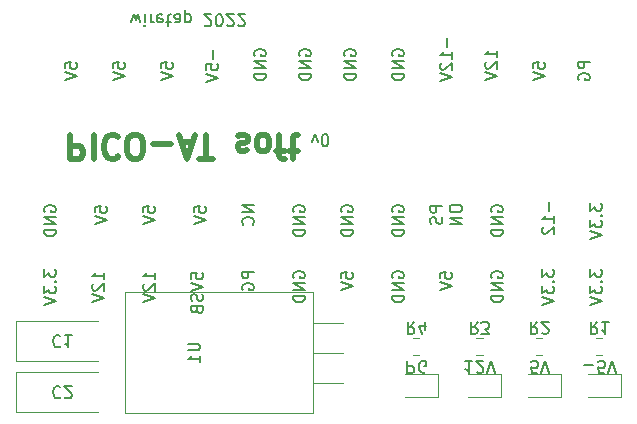
<source format=gbr>
%TF.GenerationSoftware,KiCad,Pcbnew,(5.1.6)-1*%
%TF.CreationDate,2022-11-08T14:58:38-05:00*%
%TF.ProjectId,PICO-AT,5049434f-2d41-4542-9e6b-696361645f70,rev?*%
%TF.SameCoordinates,Original*%
%TF.FileFunction,Legend,Bot*%
%TF.FilePolarity,Positive*%
%FSLAX46Y46*%
G04 Gerber Fmt 4.6, Leading zero omitted, Abs format (unit mm)*
G04 Created by KiCad (PCBNEW (5.1.6)-1) date 2022-11-08 14:58:38*
%MOMM*%
%LPD*%
G01*
G04 APERTURE LIST*
%ADD10C,0.150000*%
%ADD11C,0.500000*%
%ADD12C,0.120000*%
G04 APERTURE END LIST*
D10*
X171394380Y-91440095D02*
X170394380Y-91440095D01*
X170394380Y-91821047D01*
X170442000Y-91916285D01*
X170489619Y-91963904D01*
X170584857Y-92011523D01*
X170727714Y-92011523D01*
X170822952Y-91963904D01*
X170870571Y-91916285D01*
X170918190Y-91821047D01*
X170918190Y-91440095D01*
X170442000Y-92963904D02*
X170394380Y-92868666D01*
X170394380Y-92725809D01*
X170442000Y-92582952D01*
X170537238Y-92487714D01*
X170632476Y-92440095D01*
X170822952Y-92392476D01*
X170965809Y-92392476D01*
X171156285Y-92440095D01*
X171251523Y-92487714D01*
X171346761Y-92582952D01*
X171394380Y-92725809D01*
X171394380Y-92821047D01*
X171346761Y-92963904D01*
X171299142Y-93011523D01*
X170965809Y-93011523D01*
X170965809Y-92821047D01*
X166584380Y-92011523D02*
X166584380Y-91535333D01*
X167060571Y-91487714D01*
X167012952Y-91535333D01*
X166965333Y-91630571D01*
X166965333Y-91868666D01*
X167012952Y-91963904D01*
X167060571Y-92011523D01*
X167155809Y-92059142D01*
X167393904Y-92059142D01*
X167489142Y-92011523D01*
X167536761Y-91963904D01*
X167584380Y-91868666D01*
X167584380Y-91630571D01*
X167536761Y-91535333D01*
X167489142Y-91487714D01*
X166584380Y-92344857D02*
X167584380Y-92678190D01*
X166584380Y-93011523D01*
X163520380Y-91074952D02*
X163520380Y-90503523D01*
X163520380Y-90789238D02*
X162520380Y-90789238D01*
X162663238Y-90694000D01*
X162758476Y-90598761D01*
X162806095Y-90503523D01*
X162615619Y-91455904D02*
X162568000Y-91503523D01*
X162520380Y-91598761D01*
X162520380Y-91836857D01*
X162568000Y-91932095D01*
X162615619Y-91979714D01*
X162710857Y-92027333D01*
X162806095Y-92027333D01*
X162948952Y-91979714D01*
X163520380Y-91408285D01*
X163520380Y-92027333D01*
X162520380Y-92313047D02*
X163520380Y-92646380D01*
X162520380Y-92979714D01*
X159329428Y-89424095D02*
X159329428Y-90186000D01*
X159710380Y-91186000D02*
X159710380Y-90614571D01*
X159710380Y-90900285D02*
X158710380Y-90900285D01*
X158853238Y-90805047D01*
X158948476Y-90709809D01*
X158996095Y-90614571D01*
X158805619Y-91566952D02*
X158758000Y-91614571D01*
X158710380Y-91709809D01*
X158710380Y-91947904D01*
X158758000Y-92043142D01*
X158805619Y-92090761D01*
X158900857Y-92138380D01*
X158996095Y-92138380D01*
X159138952Y-92090761D01*
X159710380Y-91519333D01*
X159710380Y-92138380D01*
X158710380Y-92424095D02*
X159710380Y-92757428D01*
X158710380Y-93090761D01*
X154694000Y-90932095D02*
X154646380Y-90836857D01*
X154646380Y-90694000D01*
X154694000Y-90551142D01*
X154789238Y-90455904D01*
X154884476Y-90408285D01*
X155074952Y-90360666D01*
X155217809Y-90360666D01*
X155408285Y-90408285D01*
X155503523Y-90455904D01*
X155598761Y-90551142D01*
X155646380Y-90694000D01*
X155646380Y-90789238D01*
X155598761Y-90932095D01*
X155551142Y-90979714D01*
X155217809Y-90979714D01*
X155217809Y-90789238D01*
X155646380Y-91408285D02*
X154646380Y-91408285D01*
X155646380Y-91979714D01*
X154646380Y-91979714D01*
X155646380Y-92455904D02*
X154646380Y-92455904D01*
X154646380Y-92694000D01*
X154694000Y-92836857D01*
X154789238Y-92932095D01*
X154884476Y-92979714D01*
X155074952Y-93027333D01*
X155217809Y-93027333D01*
X155408285Y-92979714D01*
X155503523Y-92932095D01*
X155598761Y-92836857D01*
X155646380Y-92694000D01*
X155646380Y-92455904D01*
X150630000Y-90932095D02*
X150582380Y-90836857D01*
X150582380Y-90694000D01*
X150630000Y-90551142D01*
X150725238Y-90455904D01*
X150820476Y-90408285D01*
X151010952Y-90360666D01*
X151153809Y-90360666D01*
X151344285Y-90408285D01*
X151439523Y-90455904D01*
X151534761Y-90551142D01*
X151582380Y-90694000D01*
X151582380Y-90789238D01*
X151534761Y-90932095D01*
X151487142Y-90979714D01*
X151153809Y-90979714D01*
X151153809Y-90789238D01*
X151582380Y-91408285D02*
X150582380Y-91408285D01*
X151582380Y-91979714D01*
X150582380Y-91979714D01*
X151582380Y-92455904D02*
X150582380Y-92455904D01*
X150582380Y-92694000D01*
X150630000Y-92836857D01*
X150725238Y-92932095D01*
X150820476Y-92979714D01*
X151010952Y-93027333D01*
X151153809Y-93027333D01*
X151344285Y-92979714D01*
X151439523Y-92932095D01*
X151534761Y-92836857D01*
X151582380Y-92694000D01*
X151582380Y-92455904D01*
X146820000Y-90932095D02*
X146772380Y-90836857D01*
X146772380Y-90694000D01*
X146820000Y-90551142D01*
X146915238Y-90455904D01*
X147010476Y-90408285D01*
X147200952Y-90360666D01*
X147343809Y-90360666D01*
X147534285Y-90408285D01*
X147629523Y-90455904D01*
X147724761Y-90551142D01*
X147772380Y-90694000D01*
X147772380Y-90789238D01*
X147724761Y-90932095D01*
X147677142Y-90979714D01*
X147343809Y-90979714D01*
X147343809Y-90789238D01*
X147772380Y-91408285D02*
X146772380Y-91408285D01*
X147772380Y-91979714D01*
X146772380Y-91979714D01*
X147772380Y-92455904D02*
X146772380Y-92455904D01*
X146772380Y-92694000D01*
X146820000Y-92836857D01*
X146915238Y-92932095D01*
X147010476Y-92979714D01*
X147200952Y-93027333D01*
X147343809Y-93027333D01*
X147534285Y-92979714D01*
X147629523Y-92932095D01*
X147724761Y-92836857D01*
X147772380Y-92694000D01*
X147772380Y-92455904D01*
X143010000Y-90932095D02*
X142962380Y-90836857D01*
X142962380Y-90694000D01*
X143010000Y-90551142D01*
X143105238Y-90455904D01*
X143200476Y-90408285D01*
X143390952Y-90360666D01*
X143533809Y-90360666D01*
X143724285Y-90408285D01*
X143819523Y-90455904D01*
X143914761Y-90551142D01*
X143962380Y-90694000D01*
X143962380Y-90789238D01*
X143914761Y-90932095D01*
X143867142Y-90979714D01*
X143533809Y-90979714D01*
X143533809Y-90789238D01*
X143962380Y-91408285D02*
X142962380Y-91408285D01*
X143962380Y-91979714D01*
X142962380Y-91979714D01*
X143962380Y-92455904D02*
X142962380Y-92455904D01*
X142962380Y-92694000D01*
X143010000Y-92836857D01*
X143105238Y-92932095D01*
X143200476Y-92979714D01*
X143390952Y-93027333D01*
X143533809Y-93027333D01*
X143724285Y-92979714D01*
X143819523Y-92932095D01*
X143914761Y-92836857D01*
X143962380Y-92694000D01*
X143962380Y-92455904D01*
X139517428Y-90408285D02*
X139517428Y-91170190D01*
X138898380Y-92122571D02*
X138898380Y-91646380D01*
X139374571Y-91598761D01*
X139326952Y-91646380D01*
X139279333Y-91741619D01*
X139279333Y-91979714D01*
X139326952Y-92074952D01*
X139374571Y-92122571D01*
X139469809Y-92170190D01*
X139707904Y-92170190D01*
X139803142Y-92122571D01*
X139850761Y-92074952D01*
X139898380Y-91979714D01*
X139898380Y-91741619D01*
X139850761Y-91646380D01*
X139803142Y-91598761D01*
X138898380Y-92455904D02*
X139898380Y-92789238D01*
X138898380Y-93122571D01*
X135088380Y-92011523D02*
X135088380Y-91535333D01*
X135564571Y-91487714D01*
X135516952Y-91535333D01*
X135469333Y-91630571D01*
X135469333Y-91868666D01*
X135516952Y-91963904D01*
X135564571Y-92011523D01*
X135659809Y-92059142D01*
X135897904Y-92059142D01*
X135993142Y-92011523D01*
X136040761Y-91963904D01*
X136088380Y-91868666D01*
X136088380Y-91630571D01*
X136040761Y-91535333D01*
X135993142Y-91487714D01*
X135088380Y-92344857D02*
X136088380Y-92678190D01*
X135088380Y-93011523D01*
X131024380Y-92011523D02*
X131024380Y-91535333D01*
X131500571Y-91487714D01*
X131452952Y-91535333D01*
X131405333Y-91630571D01*
X131405333Y-91868666D01*
X131452952Y-91963904D01*
X131500571Y-92011523D01*
X131595809Y-92059142D01*
X131833904Y-92059142D01*
X131929142Y-92011523D01*
X131976761Y-91963904D01*
X132024380Y-91868666D01*
X132024380Y-91630571D01*
X131976761Y-91535333D01*
X131929142Y-91487714D01*
X131024380Y-92344857D02*
X132024380Y-92678190D01*
X131024380Y-93011523D01*
X126960380Y-92011523D02*
X126960380Y-91535333D01*
X127436571Y-91487714D01*
X127388952Y-91535333D01*
X127341333Y-91630571D01*
X127341333Y-91868666D01*
X127388952Y-91963904D01*
X127436571Y-92011523D01*
X127531809Y-92059142D01*
X127769904Y-92059142D01*
X127865142Y-92011523D01*
X127912761Y-91963904D01*
X127960380Y-91868666D01*
X127960380Y-91630571D01*
X127912761Y-91535333D01*
X127865142Y-91487714D01*
X126960380Y-92344857D02*
X127960380Y-92678190D01*
X126960380Y-93011523D01*
X171410380Y-109013809D02*
X171410380Y-109632857D01*
X171791333Y-109299523D01*
X171791333Y-109442380D01*
X171838952Y-109537619D01*
X171886571Y-109585238D01*
X171981809Y-109632857D01*
X172219904Y-109632857D01*
X172315142Y-109585238D01*
X172362761Y-109537619D01*
X172410380Y-109442380D01*
X172410380Y-109156666D01*
X172362761Y-109061428D01*
X172315142Y-109013809D01*
X172315142Y-110061428D02*
X172362761Y-110109047D01*
X172410380Y-110061428D01*
X172362761Y-110013809D01*
X172315142Y-110061428D01*
X172410380Y-110061428D01*
X171410380Y-110442380D02*
X171410380Y-111061428D01*
X171791333Y-110728095D01*
X171791333Y-110870952D01*
X171838952Y-110966190D01*
X171886571Y-111013809D01*
X171981809Y-111061428D01*
X172219904Y-111061428D01*
X172315142Y-111013809D01*
X172362761Y-110966190D01*
X172410380Y-110870952D01*
X172410380Y-110585238D01*
X172362761Y-110490000D01*
X172315142Y-110442380D01*
X171410380Y-111347142D02*
X172410380Y-111680476D01*
X171410380Y-112013809D01*
X171410380Y-103425809D02*
X171410380Y-104044857D01*
X171791333Y-103711523D01*
X171791333Y-103854380D01*
X171838952Y-103949619D01*
X171886571Y-103997238D01*
X171981809Y-104044857D01*
X172219904Y-104044857D01*
X172315142Y-103997238D01*
X172362761Y-103949619D01*
X172410380Y-103854380D01*
X172410380Y-103568666D01*
X172362761Y-103473428D01*
X172315142Y-103425809D01*
X172315142Y-104473428D02*
X172362761Y-104521047D01*
X172410380Y-104473428D01*
X172362761Y-104425809D01*
X172315142Y-104473428D01*
X172410380Y-104473428D01*
X171410380Y-104854380D02*
X171410380Y-105473428D01*
X171791333Y-105140095D01*
X171791333Y-105282952D01*
X171838952Y-105378190D01*
X171886571Y-105425809D01*
X171981809Y-105473428D01*
X172219904Y-105473428D01*
X172315142Y-105425809D01*
X172362761Y-105378190D01*
X172410380Y-105282952D01*
X172410380Y-104997238D01*
X172362761Y-104902000D01*
X172315142Y-104854380D01*
X171410380Y-105759142D02*
X172410380Y-106092476D01*
X171410380Y-106425809D01*
X167346380Y-109013809D02*
X167346380Y-109632857D01*
X167727333Y-109299523D01*
X167727333Y-109442380D01*
X167774952Y-109537619D01*
X167822571Y-109585238D01*
X167917809Y-109632857D01*
X168155904Y-109632857D01*
X168251142Y-109585238D01*
X168298761Y-109537619D01*
X168346380Y-109442380D01*
X168346380Y-109156666D01*
X168298761Y-109061428D01*
X168251142Y-109013809D01*
X168251142Y-110061428D02*
X168298761Y-110109047D01*
X168346380Y-110061428D01*
X168298761Y-110013809D01*
X168251142Y-110061428D01*
X168346380Y-110061428D01*
X167346380Y-110442380D02*
X167346380Y-111061428D01*
X167727333Y-110728095D01*
X167727333Y-110870952D01*
X167774952Y-110966190D01*
X167822571Y-111013809D01*
X167917809Y-111061428D01*
X168155904Y-111061428D01*
X168251142Y-111013809D01*
X168298761Y-110966190D01*
X168346380Y-110870952D01*
X168346380Y-110585238D01*
X168298761Y-110490000D01*
X168251142Y-110442380D01*
X167346380Y-111347142D02*
X168346380Y-111680476D01*
X167346380Y-112013809D01*
X167965428Y-103314666D02*
X167965428Y-104076571D01*
X168346380Y-105076571D02*
X168346380Y-104505142D01*
X168346380Y-104790857D02*
X167346380Y-104790857D01*
X167489238Y-104695619D01*
X167584476Y-104600380D01*
X167632095Y-104505142D01*
X167441619Y-105457523D02*
X167394000Y-105505142D01*
X167346380Y-105600380D01*
X167346380Y-105838476D01*
X167394000Y-105933714D01*
X167441619Y-105981333D01*
X167536857Y-106028952D01*
X167632095Y-106028952D01*
X167774952Y-105981333D01*
X168346380Y-105409904D01*
X168346380Y-106028952D01*
X163076000Y-109728095D02*
X163028380Y-109632857D01*
X163028380Y-109490000D01*
X163076000Y-109347142D01*
X163171238Y-109251904D01*
X163266476Y-109204285D01*
X163456952Y-109156666D01*
X163599809Y-109156666D01*
X163790285Y-109204285D01*
X163885523Y-109251904D01*
X163980761Y-109347142D01*
X164028380Y-109490000D01*
X164028380Y-109585238D01*
X163980761Y-109728095D01*
X163933142Y-109775714D01*
X163599809Y-109775714D01*
X163599809Y-109585238D01*
X164028380Y-110204285D02*
X163028380Y-110204285D01*
X164028380Y-110775714D01*
X163028380Y-110775714D01*
X164028380Y-111251904D02*
X163028380Y-111251904D01*
X163028380Y-111490000D01*
X163076000Y-111632857D01*
X163171238Y-111728095D01*
X163266476Y-111775714D01*
X163456952Y-111823333D01*
X163599809Y-111823333D01*
X163790285Y-111775714D01*
X163885523Y-111728095D01*
X163980761Y-111632857D01*
X164028380Y-111490000D01*
X164028380Y-111251904D01*
X163076000Y-104140095D02*
X163028380Y-104044857D01*
X163028380Y-103902000D01*
X163076000Y-103759142D01*
X163171238Y-103663904D01*
X163266476Y-103616285D01*
X163456952Y-103568666D01*
X163599809Y-103568666D01*
X163790285Y-103616285D01*
X163885523Y-103663904D01*
X163980761Y-103759142D01*
X164028380Y-103902000D01*
X164028380Y-103997238D01*
X163980761Y-104140095D01*
X163933142Y-104187714D01*
X163599809Y-104187714D01*
X163599809Y-103997238D01*
X164028380Y-104616285D02*
X163028380Y-104616285D01*
X164028380Y-105187714D01*
X163028380Y-105187714D01*
X164028380Y-105663904D02*
X163028380Y-105663904D01*
X163028380Y-105902000D01*
X163076000Y-106044857D01*
X163171238Y-106140095D01*
X163266476Y-106187714D01*
X163456952Y-106235333D01*
X163599809Y-106235333D01*
X163790285Y-106187714D01*
X163885523Y-106140095D01*
X163980761Y-106044857D01*
X164028380Y-105902000D01*
X164028380Y-105663904D01*
X158710380Y-109791523D02*
X158710380Y-109315333D01*
X159186571Y-109267714D01*
X159138952Y-109315333D01*
X159091333Y-109410571D01*
X159091333Y-109648666D01*
X159138952Y-109743904D01*
X159186571Y-109791523D01*
X159281809Y-109839142D01*
X159519904Y-109839142D01*
X159615142Y-109791523D01*
X159662761Y-109743904D01*
X159710380Y-109648666D01*
X159710380Y-109410571D01*
X159662761Y-109315333D01*
X159615142Y-109267714D01*
X158710380Y-110124857D02*
X159710380Y-110458190D01*
X158710380Y-110791523D01*
X158885380Y-103655904D02*
X157885380Y-103655904D01*
X157885380Y-104036857D01*
X157933000Y-104132095D01*
X157980619Y-104179714D01*
X158075857Y-104227333D01*
X158218714Y-104227333D01*
X158313952Y-104179714D01*
X158361571Y-104132095D01*
X158409190Y-104036857D01*
X158409190Y-103655904D01*
X158837761Y-104608285D02*
X158885380Y-104751142D01*
X158885380Y-104989238D01*
X158837761Y-105084476D01*
X158790142Y-105132095D01*
X158694904Y-105179714D01*
X158599666Y-105179714D01*
X158504428Y-105132095D01*
X158456809Y-105084476D01*
X158409190Y-104989238D01*
X158361571Y-104798761D01*
X158313952Y-104703523D01*
X158266333Y-104655904D01*
X158171095Y-104608285D01*
X158075857Y-104608285D01*
X157980619Y-104655904D01*
X157933000Y-104703523D01*
X157885380Y-104798761D01*
X157885380Y-105036857D01*
X157933000Y-105179714D01*
X159535380Y-103774952D02*
X159535380Y-103965428D01*
X159583000Y-104060666D01*
X159678238Y-104155904D01*
X159868714Y-104203523D01*
X160202047Y-104203523D01*
X160392523Y-104155904D01*
X160487761Y-104060666D01*
X160535380Y-103965428D01*
X160535380Y-103774952D01*
X160487761Y-103679714D01*
X160392523Y-103584476D01*
X160202047Y-103536857D01*
X159868714Y-103536857D01*
X159678238Y-103584476D01*
X159583000Y-103679714D01*
X159535380Y-103774952D01*
X160535380Y-104632095D02*
X159535380Y-104632095D01*
X160535380Y-105203523D01*
X159535380Y-105203523D01*
X154694000Y-109728095D02*
X154646380Y-109632857D01*
X154646380Y-109490000D01*
X154694000Y-109347142D01*
X154789238Y-109251904D01*
X154884476Y-109204285D01*
X155074952Y-109156666D01*
X155217809Y-109156666D01*
X155408285Y-109204285D01*
X155503523Y-109251904D01*
X155598761Y-109347142D01*
X155646380Y-109490000D01*
X155646380Y-109585238D01*
X155598761Y-109728095D01*
X155551142Y-109775714D01*
X155217809Y-109775714D01*
X155217809Y-109585238D01*
X155646380Y-110204285D02*
X154646380Y-110204285D01*
X155646380Y-110775714D01*
X154646380Y-110775714D01*
X155646380Y-111251904D02*
X154646380Y-111251904D01*
X154646380Y-111490000D01*
X154694000Y-111632857D01*
X154789238Y-111728095D01*
X154884476Y-111775714D01*
X155074952Y-111823333D01*
X155217809Y-111823333D01*
X155408285Y-111775714D01*
X155503523Y-111728095D01*
X155598761Y-111632857D01*
X155646380Y-111490000D01*
X155646380Y-111251904D01*
X154694000Y-104140095D02*
X154646380Y-104044857D01*
X154646380Y-103902000D01*
X154694000Y-103759142D01*
X154789238Y-103663904D01*
X154884476Y-103616285D01*
X155074952Y-103568666D01*
X155217809Y-103568666D01*
X155408285Y-103616285D01*
X155503523Y-103663904D01*
X155598761Y-103759142D01*
X155646380Y-103902000D01*
X155646380Y-103997238D01*
X155598761Y-104140095D01*
X155551142Y-104187714D01*
X155217809Y-104187714D01*
X155217809Y-103997238D01*
X155646380Y-104616285D02*
X154646380Y-104616285D01*
X155646380Y-105187714D01*
X154646380Y-105187714D01*
X155646380Y-105663904D02*
X154646380Y-105663904D01*
X154646380Y-105902000D01*
X154694000Y-106044857D01*
X154789238Y-106140095D01*
X154884476Y-106187714D01*
X155074952Y-106235333D01*
X155217809Y-106235333D01*
X155408285Y-106187714D01*
X155503523Y-106140095D01*
X155598761Y-106044857D01*
X155646380Y-105902000D01*
X155646380Y-105663904D01*
X150328380Y-109791523D02*
X150328380Y-109315333D01*
X150804571Y-109267714D01*
X150756952Y-109315333D01*
X150709333Y-109410571D01*
X150709333Y-109648666D01*
X150756952Y-109743904D01*
X150804571Y-109791523D01*
X150899809Y-109839142D01*
X151137904Y-109839142D01*
X151233142Y-109791523D01*
X151280761Y-109743904D01*
X151328380Y-109648666D01*
X151328380Y-109410571D01*
X151280761Y-109315333D01*
X151233142Y-109267714D01*
X150328380Y-110124857D02*
X151328380Y-110458190D01*
X150328380Y-110791523D01*
X150376000Y-104140095D02*
X150328380Y-104044857D01*
X150328380Y-103902000D01*
X150376000Y-103759142D01*
X150471238Y-103663904D01*
X150566476Y-103616285D01*
X150756952Y-103568666D01*
X150899809Y-103568666D01*
X151090285Y-103616285D01*
X151185523Y-103663904D01*
X151280761Y-103759142D01*
X151328380Y-103902000D01*
X151328380Y-103997238D01*
X151280761Y-104140095D01*
X151233142Y-104187714D01*
X150899809Y-104187714D01*
X150899809Y-103997238D01*
X151328380Y-104616285D02*
X150328380Y-104616285D01*
X151328380Y-105187714D01*
X150328380Y-105187714D01*
X151328380Y-105663904D02*
X150328380Y-105663904D01*
X150328380Y-105902000D01*
X150376000Y-106044857D01*
X150471238Y-106140095D01*
X150566476Y-106187714D01*
X150756952Y-106235333D01*
X150899809Y-106235333D01*
X151090285Y-106187714D01*
X151185523Y-106140095D01*
X151280761Y-106044857D01*
X151328380Y-105902000D01*
X151328380Y-105663904D01*
X146312000Y-109728095D02*
X146264380Y-109632857D01*
X146264380Y-109490000D01*
X146312000Y-109347142D01*
X146407238Y-109251904D01*
X146502476Y-109204285D01*
X146692952Y-109156666D01*
X146835809Y-109156666D01*
X147026285Y-109204285D01*
X147121523Y-109251904D01*
X147216761Y-109347142D01*
X147264380Y-109490000D01*
X147264380Y-109585238D01*
X147216761Y-109728095D01*
X147169142Y-109775714D01*
X146835809Y-109775714D01*
X146835809Y-109585238D01*
X147264380Y-110204285D02*
X146264380Y-110204285D01*
X147264380Y-110775714D01*
X146264380Y-110775714D01*
X147264380Y-111251904D02*
X146264380Y-111251904D01*
X146264380Y-111490000D01*
X146312000Y-111632857D01*
X146407238Y-111728095D01*
X146502476Y-111775714D01*
X146692952Y-111823333D01*
X146835809Y-111823333D01*
X147026285Y-111775714D01*
X147121523Y-111728095D01*
X147216761Y-111632857D01*
X147264380Y-111490000D01*
X147264380Y-111251904D01*
X146312000Y-104140095D02*
X146264380Y-104044857D01*
X146264380Y-103902000D01*
X146312000Y-103759142D01*
X146407238Y-103663904D01*
X146502476Y-103616285D01*
X146692952Y-103568666D01*
X146835809Y-103568666D01*
X147026285Y-103616285D01*
X147121523Y-103663904D01*
X147216761Y-103759142D01*
X147264380Y-103902000D01*
X147264380Y-103997238D01*
X147216761Y-104140095D01*
X147169142Y-104187714D01*
X146835809Y-104187714D01*
X146835809Y-103997238D01*
X147264380Y-104616285D02*
X146264380Y-104616285D01*
X147264380Y-105187714D01*
X146264380Y-105187714D01*
X147264380Y-105663904D02*
X146264380Y-105663904D01*
X146264380Y-105902000D01*
X146312000Y-106044857D01*
X146407238Y-106140095D01*
X146502476Y-106187714D01*
X146692952Y-106235333D01*
X146835809Y-106235333D01*
X147026285Y-106187714D01*
X147121523Y-106140095D01*
X147216761Y-106044857D01*
X147264380Y-105902000D01*
X147264380Y-105663904D01*
X142946380Y-109220095D02*
X141946380Y-109220095D01*
X141946380Y-109601047D01*
X141994000Y-109696285D01*
X142041619Y-109743904D01*
X142136857Y-109791523D01*
X142279714Y-109791523D01*
X142374952Y-109743904D01*
X142422571Y-109696285D01*
X142470190Y-109601047D01*
X142470190Y-109220095D01*
X141994000Y-110743904D02*
X141946380Y-110648666D01*
X141946380Y-110505809D01*
X141994000Y-110362952D01*
X142089238Y-110267714D01*
X142184476Y-110220095D01*
X142374952Y-110172476D01*
X142517809Y-110172476D01*
X142708285Y-110220095D01*
X142803523Y-110267714D01*
X142898761Y-110362952D01*
X142946380Y-110505809D01*
X142946380Y-110601047D01*
X142898761Y-110743904D01*
X142851142Y-110791523D01*
X142517809Y-110791523D01*
X142517809Y-110601047D01*
X142946380Y-103608285D02*
X141946380Y-103608285D01*
X142946380Y-104179714D01*
X141946380Y-104179714D01*
X142851142Y-105227333D02*
X142898761Y-105179714D01*
X142946380Y-105036857D01*
X142946380Y-104941619D01*
X142898761Y-104798761D01*
X142803523Y-104703523D01*
X142708285Y-104655904D01*
X142517809Y-104608285D01*
X142374952Y-104608285D01*
X142184476Y-104655904D01*
X142089238Y-104703523D01*
X141994000Y-104798761D01*
X141946380Y-104941619D01*
X141946380Y-105036857D01*
X141994000Y-105179714D01*
X142041619Y-105227333D01*
X137628380Y-109831333D02*
X137628380Y-109355142D01*
X138104571Y-109307523D01*
X138056952Y-109355142D01*
X138009333Y-109450380D01*
X138009333Y-109688476D01*
X138056952Y-109783714D01*
X138104571Y-109831333D01*
X138199809Y-109878952D01*
X138437904Y-109878952D01*
X138533142Y-109831333D01*
X138580761Y-109783714D01*
X138628380Y-109688476D01*
X138628380Y-109450380D01*
X138580761Y-109355142D01*
X138533142Y-109307523D01*
X137628380Y-110164666D02*
X138628380Y-110498000D01*
X137628380Y-110831333D01*
X138580761Y-111117047D02*
X138628380Y-111259904D01*
X138628380Y-111498000D01*
X138580761Y-111593238D01*
X138533142Y-111640857D01*
X138437904Y-111688476D01*
X138342666Y-111688476D01*
X138247428Y-111640857D01*
X138199809Y-111593238D01*
X138152190Y-111498000D01*
X138104571Y-111307523D01*
X138056952Y-111212285D01*
X138009333Y-111164666D01*
X137914095Y-111117047D01*
X137818857Y-111117047D01*
X137723619Y-111164666D01*
X137676000Y-111212285D01*
X137628380Y-111307523D01*
X137628380Y-111545619D01*
X137676000Y-111688476D01*
X138104571Y-112450380D02*
X138152190Y-112593238D01*
X138199809Y-112640857D01*
X138295047Y-112688476D01*
X138437904Y-112688476D01*
X138533142Y-112640857D01*
X138580761Y-112593238D01*
X138628380Y-112498000D01*
X138628380Y-112117047D01*
X137628380Y-112117047D01*
X137628380Y-112450380D01*
X137676000Y-112545619D01*
X137723619Y-112593238D01*
X137818857Y-112640857D01*
X137914095Y-112640857D01*
X138009333Y-112593238D01*
X138056952Y-112545619D01*
X138104571Y-112450380D01*
X138104571Y-112117047D01*
X137882380Y-104203523D02*
X137882380Y-103727333D01*
X138358571Y-103679714D01*
X138310952Y-103727333D01*
X138263333Y-103822571D01*
X138263333Y-104060666D01*
X138310952Y-104155904D01*
X138358571Y-104203523D01*
X138453809Y-104251142D01*
X138691904Y-104251142D01*
X138787142Y-104203523D01*
X138834761Y-104155904D01*
X138882380Y-104060666D01*
X138882380Y-103822571D01*
X138834761Y-103727333D01*
X138787142Y-103679714D01*
X137882380Y-104536857D02*
X138882380Y-104870190D01*
X137882380Y-105203523D01*
X134564380Y-109870952D02*
X134564380Y-109299523D01*
X134564380Y-109585238D02*
X133564380Y-109585238D01*
X133707238Y-109490000D01*
X133802476Y-109394761D01*
X133850095Y-109299523D01*
X133659619Y-110251904D02*
X133612000Y-110299523D01*
X133564380Y-110394761D01*
X133564380Y-110632857D01*
X133612000Y-110728095D01*
X133659619Y-110775714D01*
X133754857Y-110823333D01*
X133850095Y-110823333D01*
X133992952Y-110775714D01*
X134564380Y-110204285D01*
X134564380Y-110823333D01*
X133564380Y-111109047D02*
X134564380Y-111442380D01*
X133564380Y-111775714D01*
X133564380Y-104203523D02*
X133564380Y-103727333D01*
X134040571Y-103679714D01*
X133992952Y-103727333D01*
X133945333Y-103822571D01*
X133945333Y-104060666D01*
X133992952Y-104155904D01*
X134040571Y-104203523D01*
X134135809Y-104251142D01*
X134373904Y-104251142D01*
X134469142Y-104203523D01*
X134516761Y-104155904D01*
X134564380Y-104060666D01*
X134564380Y-103822571D01*
X134516761Y-103727333D01*
X134469142Y-103679714D01*
X133564380Y-104536857D02*
X134564380Y-104870190D01*
X133564380Y-105203523D01*
X130246380Y-109870952D02*
X130246380Y-109299523D01*
X130246380Y-109585238D02*
X129246380Y-109585238D01*
X129389238Y-109490000D01*
X129484476Y-109394761D01*
X129532095Y-109299523D01*
X129341619Y-110251904D02*
X129294000Y-110299523D01*
X129246380Y-110394761D01*
X129246380Y-110632857D01*
X129294000Y-110728095D01*
X129341619Y-110775714D01*
X129436857Y-110823333D01*
X129532095Y-110823333D01*
X129674952Y-110775714D01*
X130246380Y-110204285D01*
X130246380Y-110823333D01*
X129246380Y-111109047D02*
X130246380Y-111442380D01*
X129246380Y-111775714D01*
X129500380Y-104203523D02*
X129500380Y-103727333D01*
X129976571Y-103679714D01*
X129928952Y-103727333D01*
X129881333Y-103822571D01*
X129881333Y-104060666D01*
X129928952Y-104155904D01*
X129976571Y-104203523D01*
X130071809Y-104251142D01*
X130309904Y-104251142D01*
X130405142Y-104203523D01*
X130452761Y-104155904D01*
X130500380Y-104060666D01*
X130500380Y-103822571D01*
X130452761Y-103727333D01*
X130405142Y-103679714D01*
X129500380Y-104536857D02*
X130500380Y-104870190D01*
X129500380Y-105203523D01*
X125182380Y-109013809D02*
X125182380Y-109632857D01*
X125563333Y-109299523D01*
X125563333Y-109442380D01*
X125610952Y-109537619D01*
X125658571Y-109585238D01*
X125753809Y-109632857D01*
X125991904Y-109632857D01*
X126087142Y-109585238D01*
X126134761Y-109537619D01*
X126182380Y-109442380D01*
X126182380Y-109156666D01*
X126134761Y-109061428D01*
X126087142Y-109013809D01*
X126087142Y-110061428D02*
X126134761Y-110109047D01*
X126182380Y-110061428D01*
X126134761Y-110013809D01*
X126087142Y-110061428D01*
X126182380Y-110061428D01*
X125182380Y-110442380D02*
X125182380Y-111061428D01*
X125563333Y-110728095D01*
X125563333Y-110870952D01*
X125610952Y-110966190D01*
X125658571Y-111013809D01*
X125753809Y-111061428D01*
X125991904Y-111061428D01*
X126087142Y-111013809D01*
X126134761Y-110966190D01*
X126182380Y-110870952D01*
X126182380Y-110585238D01*
X126134761Y-110490000D01*
X126087142Y-110442380D01*
X125182380Y-111347142D02*
X126182380Y-111680476D01*
X125182380Y-112013809D01*
X125230000Y-104140095D02*
X125182380Y-104044857D01*
X125182380Y-103902000D01*
X125230000Y-103759142D01*
X125325238Y-103663904D01*
X125420476Y-103616285D01*
X125610952Y-103568666D01*
X125753809Y-103568666D01*
X125944285Y-103616285D01*
X126039523Y-103663904D01*
X126134761Y-103759142D01*
X126182380Y-103902000D01*
X126182380Y-103997238D01*
X126134761Y-104140095D01*
X126087142Y-104187714D01*
X125753809Y-104187714D01*
X125753809Y-103997238D01*
X126182380Y-104616285D02*
X125182380Y-104616285D01*
X126182380Y-105187714D01*
X125182380Y-105187714D01*
X126182380Y-105663904D02*
X125182380Y-105663904D01*
X125182380Y-105902000D01*
X125230000Y-106044857D01*
X125325238Y-106140095D01*
X125420476Y-106187714D01*
X125610952Y-106235333D01*
X125753809Y-106235333D01*
X125944285Y-106187714D01*
X126039523Y-106140095D01*
X126134761Y-106044857D01*
X126182380Y-105902000D01*
X126182380Y-105663904D01*
X132580666Y-88098285D02*
X132771142Y-87431619D01*
X132961619Y-87907809D01*
X133152095Y-87431619D01*
X133342571Y-88098285D01*
X133723523Y-87431619D02*
X133723523Y-88098285D01*
X133723523Y-88431619D02*
X133675904Y-88384000D01*
X133723523Y-88336380D01*
X133771142Y-88384000D01*
X133723523Y-88431619D01*
X133723523Y-88336380D01*
X134199714Y-87431619D02*
X134199714Y-88098285D01*
X134199714Y-87907809D02*
X134247333Y-88003047D01*
X134294952Y-88050666D01*
X134390190Y-88098285D01*
X134485428Y-88098285D01*
X135199714Y-87479238D02*
X135104476Y-87431619D01*
X134914000Y-87431619D01*
X134818761Y-87479238D01*
X134771142Y-87574476D01*
X134771142Y-87955428D01*
X134818761Y-88050666D01*
X134914000Y-88098285D01*
X135104476Y-88098285D01*
X135199714Y-88050666D01*
X135247333Y-87955428D01*
X135247333Y-87860190D01*
X134771142Y-87764952D01*
X135533047Y-88098285D02*
X135914000Y-88098285D01*
X135675904Y-88431619D02*
X135675904Y-87574476D01*
X135723523Y-87479238D01*
X135818761Y-87431619D01*
X135914000Y-87431619D01*
X136675904Y-87431619D02*
X136675904Y-87955428D01*
X136628285Y-88050666D01*
X136533047Y-88098285D01*
X136342571Y-88098285D01*
X136247333Y-88050666D01*
X136675904Y-87479238D02*
X136580666Y-87431619D01*
X136342571Y-87431619D01*
X136247333Y-87479238D01*
X136199714Y-87574476D01*
X136199714Y-87669714D01*
X136247333Y-87764952D01*
X136342571Y-87812571D01*
X136580666Y-87812571D01*
X136675904Y-87860190D01*
X137152095Y-88098285D02*
X137152095Y-87098285D01*
X137152095Y-88050666D02*
X137247333Y-88098285D01*
X137437809Y-88098285D01*
X137533047Y-88050666D01*
X137580666Y-88003047D01*
X137628285Y-87907809D01*
X137628285Y-87622095D01*
X137580666Y-87526857D01*
X137533047Y-87479238D01*
X137437809Y-87431619D01*
X137247333Y-87431619D01*
X137152095Y-87479238D01*
X138771142Y-88336380D02*
X138818761Y-88384000D01*
X138914000Y-88431619D01*
X139152095Y-88431619D01*
X139247333Y-88384000D01*
X139294952Y-88336380D01*
X139342571Y-88241142D01*
X139342571Y-88145904D01*
X139294952Y-88003047D01*
X138723523Y-87431619D01*
X139342571Y-87431619D01*
X139961619Y-88431619D02*
X140056857Y-88431619D01*
X140152095Y-88384000D01*
X140199714Y-88336380D01*
X140247333Y-88241142D01*
X140294952Y-88050666D01*
X140294952Y-87812571D01*
X140247333Y-87622095D01*
X140199714Y-87526857D01*
X140152095Y-87479238D01*
X140056857Y-87431619D01*
X139961619Y-87431619D01*
X139866380Y-87479238D01*
X139818761Y-87526857D01*
X139771142Y-87622095D01*
X139723523Y-87812571D01*
X139723523Y-88050666D01*
X139771142Y-88241142D01*
X139818761Y-88336380D01*
X139866380Y-88384000D01*
X139961619Y-88431619D01*
X140675904Y-88336380D02*
X140723523Y-88384000D01*
X140818761Y-88431619D01*
X141056857Y-88431619D01*
X141152095Y-88384000D01*
X141199714Y-88336380D01*
X141247333Y-88241142D01*
X141247333Y-88145904D01*
X141199714Y-88003047D01*
X140628285Y-87431619D01*
X141247333Y-87431619D01*
X141628285Y-88336380D02*
X141675904Y-88384000D01*
X141771142Y-88431619D01*
X142009238Y-88431619D01*
X142104476Y-88384000D01*
X142152095Y-88336380D01*
X142199714Y-88241142D01*
X142199714Y-88145904D01*
X142152095Y-88003047D01*
X141580666Y-87431619D01*
X142199714Y-87431619D01*
X147875714Y-98258285D02*
X148113809Y-97591619D01*
X148351904Y-98258285D01*
X148923333Y-98591619D02*
X149018571Y-98591619D01*
X149113809Y-98544000D01*
X149161428Y-98496380D01*
X149209047Y-98401142D01*
X149256666Y-98210666D01*
X149256666Y-97972571D01*
X149209047Y-97782095D01*
X149161428Y-97686857D01*
X149113809Y-97639238D01*
X149018571Y-97591619D01*
X148923333Y-97591619D01*
X148828095Y-97639238D01*
X148780476Y-97686857D01*
X148732857Y-97782095D01*
X148685238Y-97972571D01*
X148685238Y-98210666D01*
X148732857Y-98401142D01*
X148780476Y-98496380D01*
X148828095Y-98544000D01*
X148923333Y-98591619D01*
D11*
X127382190Y-97647238D02*
X127382190Y-99647238D01*
X128144095Y-99647238D01*
X128334571Y-99552000D01*
X128429809Y-99456761D01*
X128525047Y-99266285D01*
X128525047Y-98980571D01*
X128429809Y-98790095D01*
X128334571Y-98694857D01*
X128144095Y-98599619D01*
X127382190Y-98599619D01*
X129382190Y-97647238D02*
X129382190Y-99647238D01*
X131477428Y-97837714D02*
X131382190Y-97742476D01*
X131096476Y-97647238D01*
X130906000Y-97647238D01*
X130620285Y-97742476D01*
X130429809Y-97932952D01*
X130334571Y-98123428D01*
X130239333Y-98504380D01*
X130239333Y-98790095D01*
X130334571Y-99171047D01*
X130429809Y-99361523D01*
X130620285Y-99552000D01*
X130906000Y-99647238D01*
X131096476Y-99647238D01*
X131382190Y-99552000D01*
X131477428Y-99456761D01*
X132715523Y-99647238D02*
X133096476Y-99647238D01*
X133286952Y-99552000D01*
X133477428Y-99361523D01*
X133572666Y-98980571D01*
X133572666Y-98313904D01*
X133477428Y-97932952D01*
X133286952Y-97742476D01*
X133096476Y-97647238D01*
X132715523Y-97647238D01*
X132525047Y-97742476D01*
X132334571Y-97932952D01*
X132239333Y-98313904D01*
X132239333Y-98980571D01*
X132334571Y-99361523D01*
X132525047Y-99552000D01*
X132715523Y-99647238D01*
X134429809Y-98409142D02*
X135953619Y-98409142D01*
X136810761Y-98218666D02*
X137763142Y-98218666D01*
X136620285Y-97647238D02*
X137286952Y-99647238D01*
X137953619Y-97647238D01*
X138334571Y-99647238D02*
X139477428Y-99647238D01*
X138906000Y-97647238D02*
X138906000Y-99647238D01*
X141572666Y-97742476D02*
X141763142Y-97647238D01*
X142144095Y-97647238D01*
X142334571Y-97742476D01*
X142429809Y-97932952D01*
X142429809Y-98028190D01*
X142334571Y-98218666D01*
X142144095Y-98313904D01*
X141858380Y-98313904D01*
X141667904Y-98409142D01*
X141572666Y-98599619D01*
X141572666Y-98694857D01*
X141667904Y-98885333D01*
X141858380Y-98980571D01*
X142144095Y-98980571D01*
X142334571Y-98885333D01*
X143572666Y-97647238D02*
X143382190Y-97742476D01*
X143286952Y-97837714D01*
X143191714Y-98028190D01*
X143191714Y-98599619D01*
X143286952Y-98790095D01*
X143382190Y-98885333D01*
X143572666Y-98980571D01*
X143858380Y-98980571D01*
X144048857Y-98885333D01*
X144144095Y-98790095D01*
X144239333Y-98599619D01*
X144239333Y-98028190D01*
X144144095Y-97837714D01*
X144048857Y-97742476D01*
X143858380Y-97647238D01*
X143572666Y-97647238D01*
X144810761Y-98980571D02*
X145572666Y-98980571D01*
X145096476Y-97647238D02*
X145096476Y-99361523D01*
X145191714Y-99552000D01*
X145382190Y-99647238D01*
X145572666Y-99647238D01*
X145953619Y-98980571D02*
X146715523Y-98980571D01*
X146239333Y-99647238D02*
X146239333Y-97932952D01*
X146334571Y-97742476D01*
X146525047Y-97647238D01*
X146715523Y-97647238D01*
D12*
%TO.C,C1*%
X129736000Y-116772000D02*
X122801000Y-116772000D01*
X122801000Y-116772000D02*
X122801000Y-113352000D01*
X122801000Y-113352000D02*
X129736000Y-113352000D01*
%TO.C,C2*%
X122801000Y-117670000D02*
X129736000Y-117670000D01*
X122801000Y-121090000D02*
X122801000Y-117670000D01*
X129736000Y-121090000D02*
X122801000Y-121090000D01*
%TO.C,-5V*%
X174063000Y-119832000D02*
X171203000Y-119832000D01*
X174063000Y-117912000D02*
X174063000Y-119832000D01*
X171203000Y-117912000D02*
X174063000Y-117912000D01*
%TO.C,5V*%
X166132000Y-117912000D02*
X168992000Y-117912000D01*
X168992000Y-117912000D02*
X168992000Y-119832000D01*
X168992000Y-119832000D02*
X166132000Y-119832000D01*
%TO.C,12V*%
X163912000Y-119832000D02*
X161052000Y-119832000D01*
X163912000Y-117912000D02*
X163912000Y-119832000D01*
X161052000Y-117912000D02*
X163912000Y-117912000D01*
%TO.C,PG*%
X155718000Y-117912000D02*
X158578000Y-117912000D01*
X158578000Y-117912000D02*
X158578000Y-119832000D01*
X158578000Y-119832000D02*
X155718000Y-119832000D01*
%TO.C,R1*%
X172464252Y-116280000D02*
X171941748Y-116280000D01*
X172464252Y-114860000D02*
X171941748Y-114860000D01*
%TO.C,R2*%
X167384252Y-114860000D02*
X166861748Y-114860000D01*
X167384252Y-116280000D02*
X166861748Y-116280000D01*
%TO.C,R3*%
X162313252Y-116280000D02*
X161790748Y-116280000D01*
X162313252Y-114860000D02*
X161790748Y-114860000D01*
%TO.C,R4*%
X156970252Y-114860000D02*
X156447748Y-114860000D01*
X156970252Y-116280000D02*
X156447748Y-116280000D01*
%TO.C,U1*%
X147948000Y-118618000D02*
X150488000Y-118618000D01*
X147948000Y-116078000D02*
X150488000Y-116078000D01*
X147948000Y-113538000D02*
X150488000Y-113538000D01*
X132058000Y-121198000D02*
X147948000Y-121198000D01*
X132058000Y-110958000D02*
X147948000Y-110958000D01*
X132058000Y-110958000D02*
X132058000Y-121198000D01*
X147948000Y-110958000D02*
X147948000Y-121198000D01*
%TO.C,C1*%
D10*
X126559333Y-114704857D02*
X126511714Y-114657238D01*
X126368857Y-114609619D01*
X126273619Y-114609619D01*
X126130761Y-114657238D01*
X126035523Y-114752476D01*
X125987904Y-114847714D01*
X125940285Y-115038190D01*
X125940285Y-115181047D01*
X125987904Y-115371523D01*
X126035523Y-115466761D01*
X126130761Y-115562000D01*
X126273619Y-115609619D01*
X126368857Y-115609619D01*
X126511714Y-115562000D01*
X126559333Y-115514380D01*
X127511714Y-114609619D02*
X126940285Y-114609619D01*
X127226000Y-114609619D02*
X127226000Y-115609619D01*
X127130761Y-115466761D01*
X127035523Y-115371523D01*
X126940285Y-115323904D01*
%TO.C,C2*%
X126569333Y-119022857D02*
X126521714Y-118975238D01*
X126378857Y-118927619D01*
X126283619Y-118927619D01*
X126140761Y-118975238D01*
X126045523Y-119070476D01*
X125997904Y-119165714D01*
X125950285Y-119356190D01*
X125950285Y-119499047D01*
X125997904Y-119689523D01*
X126045523Y-119784761D01*
X126140761Y-119880000D01*
X126283619Y-119927619D01*
X126378857Y-119927619D01*
X126521714Y-119880000D01*
X126569333Y-119832380D01*
X126950285Y-119832380D02*
X126997904Y-119880000D01*
X127093142Y-119927619D01*
X127331238Y-119927619D01*
X127426476Y-119880000D01*
X127474095Y-119832380D01*
X127521714Y-119737142D01*
X127521714Y-119641904D01*
X127474095Y-119499047D01*
X126902666Y-118927619D01*
X127521714Y-118927619D01*
%TO.C,-5V*%
X170917285Y-117150571D02*
X171679190Y-117150571D01*
X172631571Y-117769619D02*
X172155380Y-117769619D01*
X172107761Y-117293428D01*
X172155380Y-117341047D01*
X172250619Y-117388666D01*
X172488714Y-117388666D01*
X172583952Y-117341047D01*
X172631571Y-117293428D01*
X172679190Y-117198190D01*
X172679190Y-116960095D01*
X172631571Y-116864857D01*
X172583952Y-116817238D01*
X172488714Y-116769619D01*
X172250619Y-116769619D01*
X172155380Y-116817238D01*
X172107761Y-116864857D01*
X172964904Y-117769619D02*
X173298238Y-116769619D01*
X173631571Y-117769619D01*
%TO.C,5V*%
X166941523Y-117769619D02*
X166465333Y-117769619D01*
X166417714Y-117293428D01*
X166465333Y-117341047D01*
X166560571Y-117388666D01*
X166798666Y-117388666D01*
X166893904Y-117341047D01*
X166941523Y-117293428D01*
X166989142Y-117198190D01*
X166989142Y-116960095D01*
X166941523Y-116864857D01*
X166893904Y-116817238D01*
X166798666Y-116769619D01*
X166560571Y-116769619D01*
X166465333Y-116817238D01*
X166417714Y-116864857D01*
X167274857Y-117769619D02*
X167608190Y-116769619D01*
X167941523Y-117769619D01*
%TO.C,12V*%
X161432952Y-116769619D02*
X160861523Y-116769619D01*
X161147238Y-116769619D02*
X161147238Y-117769619D01*
X161052000Y-117626761D01*
X160956761Y-117531523D01*
X160861523Y-117483904D01*
X161813904Y-117674380D02*
X161861523Y-117722000D01*
X161956761Y-117769619D01*
X162194857Y-117769619D01*
X162290095Y-117722000D01*
X162337714Y-117674380D01*
X162385333Y-117579142D01*
X162385333Y-117483904D01*
X162337714Y-117341047D01*
X161766285Y-116769619D01*
X162385333Y-116769619D01*
X162671047Y-117769619D02*
X163004380Y-116769619D01*
X163337714Y-117769619D01*
%TO.C,PG*%
X155956095Y-116769619D02*
X155956095Y-117769619D01*
X156337047Y-117769619D01*
X156432285Y-117722000D01*
X156479904Y-117674380D01*
X156527523Y-117579142D01*
X156527523Y-117436285D01*
X156479904Y-117341047D01*
X156432285Y-117293428D01*
X156337047Y-117245809D01*
X155956095Y-117245809D01*
X157479904Y-117722000D02*
X157384666Y-117769619D01*
X157241809Y-117769619D01*
X157098952Y-117722000D01*
X157003714Y-117626761D01*
X156956095Y-117531523D01*
X156908476Y-117341047D01*
X156908476Y-117198190D01*
X156956095Y-117007714D01*
X157003714Y-116912476D01*
X157098952Y-116817238D01*
X157241809Y-116769619D01*
X157337047Y-116769619D01*
X157479904Y-116817238D01*
X157527523Y-116864857D01*
X157527523Y-117198190D01*
X157337047Y-117198190D01*
%TO.C,R1*%
X172036333Y-113467619D02*
X171703000Y-113943809D01*
X171464904Y-113467619D02*
X171464904Y-114467619D01*
X171845857Y-114467619D01*
X171941095Y-114420000D01*
X171988714Y-114372380D01*
X172036333Y-114277142D01*
X172036333Y-114134285D01*
X171988714Y-114039047D01*
X171941095Y-113991428D01*
X171845857Y-113943809D01*
X171464904Y-113943809D01*
X172988714Y-113467619D02*
X172417285Y-113467619D01*
X172703000Y-113467619D02*
X172703000Y-114467619D01*
X172607761Y-114324761D01*
X172512523Y-114229523D01*
X172417285Y-114181904D01*
%TO.C,R2*%
X166956333Y-113467619D02*
X166623000Y-113943809D01*
X166384904Y-113467619D02*
X166384904Y-114467619D01*
X166765857Y-114467619D01*
X166861095Y-114420000D01*
X166908714Y-114372380D01*
X166956333Y-114277142D01*
X166956333Y-114134285D01*
X166908714Y-114039047D01*
X166861095Y-113991428D01*
X166765857Y-113943809D01*
X166384904Y-113943809D01*
X167337285Y-114372380D02*
X167384904Y-114420000D01*
X167480142Y-114467619D01*
X167718238Y-114467619D01*
X167813476Y-114420000D01*
X167861095Y-114372380D01*
X167908714Y-114277142D01*
X167908714Y-114181904D01*
X167861095Y-114039047D01*
X167289666Y-113467619D01*
X167908714Y-113467619D01*
%TO.C,R3*%
X161885333Y-113467619D02*
X161552000Y-113943809D01*
X161313904Y-113467619D02*
X161313904Y-114467619D01*
X161694857Y-114467619D01*
X161790095Y-114420000D01*
X161837714Y-114372380D01*
X161885333Y-114277142D01*
X161885333Y-114134285D01*
X161837714Y-114039047D01*
X161790095Y-113991428D01*
X161694857Y-113943809D01*
X161313904Y-113943809D01*
X162218666Y-114467619D02*
X162837714Y-114467619D01*
X162504380Y-114086666D01*
X162647238Y-114086666D01*
X162742476Y-114039047D01*
X162790095Y-113991428D01*
X162837714Y-113896190D01*
X162837714Y-113658095D01*
X162790095Y-113562857D01*
X162742476Y-113515238D01*
X162647238Y-113467619D01*
X162361523Y-113467619D01*
X162266285Y-113515238D01*
X162218666Y-113562857D01*
%TO.C,R4*%
X156542333Y-113467619D02*
X156209000Y-113943809D01*
X155970904Y-113467619D02*
X155970904Y-114467619D01*
X156351857Y-114467619D01*
X156447095Y-114420000D01*
X156494714Y-114372380D01*
X156542333Y-114277142D01*
X156542333Y-114134285D01*
X156494714Y-114039047D01*
X156447095Y-113991428D01*
X156351857Y-113943809D01*
X155970904Y-113943809D01*
X157399476Y-114134285D02*
X157399476Y-113467619D01*
X157161380Y-114515238D02*
X156923285Y-113800952D01*
X157542333Y-113800952D01*
%TO.C,U1*%
X137374380Y-115316095D02*
X138183904Y-115316095D01*
X138279142Y-115363714D01*
X138326761Y-115411333D01*
X138374380Y-115506571D01*
X138374380Y-115697047D01*
X138326761Y-115792285D01*
X138279142Y-115839904D01*
X138183904Y-115887523D01*
X137374380Y-115887523D01*
X138374380Y-116887523D02*
X138374380Y-116316095D01*
X138374380Y-116601809D02*
X137374380Y-116601809D01*
X137517238Y-116506571D01*
X137612476Y-116411333D01*
X137660095Y-116316095D01*
%TD*%
M02*

</source>
